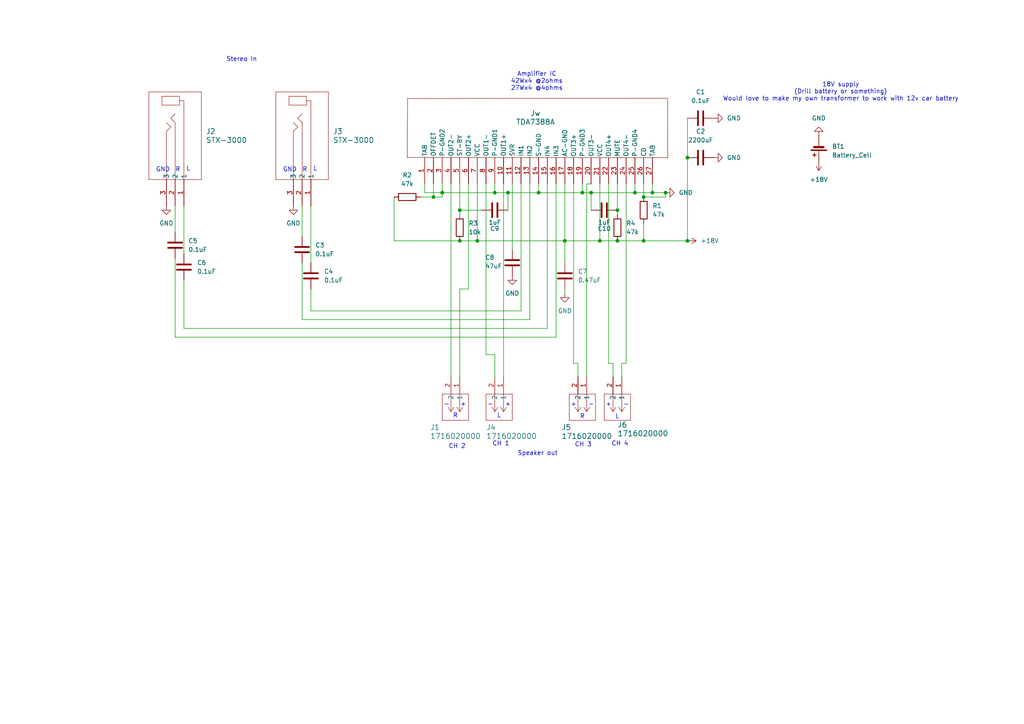
<source format=kicad_sch>
(kicad_sch (version 20250114) (generator "eeschema") (generator_version "9.0")
  (paper "A4")
  (lib_symbols
    (symbol "2 pin connector:1716020000" (pin_names (offset 0.254))
      (property "Reference" "J" (at 8.89 6.35 0))
      (property "Value" "1716020000" (at 0 0 0))
      (symbol "1716020000_1_1"
        (polyline (pts (xy 5.08 2.54) (xy 5.08 -5.08)) (stroke (width 0.127)))
        (polyline (pts (xy 5.08 -5.08) (xy 12.7 -5.08)) (stroke (width 0.127)))
        (polyline (pts (xy 10.16 0) (xy 5.08 0)) (stroke (width 0.127)))
        (polyline (pts (xy 10.16 0) (xy 8.89 0.8467)) (stroke (width 0.127)))
        (polyline (pts (xy 10.16 0) (xy 8.89 -0.8467)) (stroke (width 0.127)))
        (polyline (pts (xy 10.16 -2.54) (xy 5.08 -2.54)) (stroke (width 0.127)))
        (polyline (pts (xy 10.16 -2.54) (xy 8.89 -1.6933)) (stroke (width 0.127)))
        (polyline (pts (xy 10.16 -2.54) (xy 8.89 -3.3867)) (stroke (width 0.127)))
        (polyline (pts (xy 12.7 2.54) (xy 5.08 2.54)) (stroke (width 0.127)))
        (polyline (pts (xy 12.7 -5.08) (xy 12.7 2.54)) (stroke (width 0.127)))
        (pin unspecified line (at 0 0 0) (length 5.08) (name "1") (number "1"))
        (pin unspecified line (at 0 -2.54 0) (length 5.08) (name "2") (number "2"))
      )
      (symbol "1716020000_1_2"
        (polyline (pts (xy 5.08 2.54) (xy 5.08 -5.08)) (stroke (width 0.127)))
        (polyline (pts (xy 5.08 -5.08) (xy 12.7 -5.08)) (stroke (width 0.127)))
        (polyline (pts (xy 7.62 0) (xy 5.08 0)) (stroke (width 0.127)))
        (polyline (pts (xy 7.62 0) (xy 8.89 0.8467)) (stroke (width 0.127)))
        (polyline (pts (xy 7.62 0) (xy 8.89 -0.8467)) (stroke (width 0.127)))
        (polyline (pts (xy 7.62 -2.54) (xy 5.08 -2.54)) (stroke (width 0.127)))
        (polyline (pts (xy 7.62 -2.54) (xy 8.89 -1.6933)) (stroke (width 0.127)))
        (polyline (pts (xy 7.62 -2.54) (xy 8.89 -3.3867)) (stroke (width 0.127)))
        (polyline (pts (xy 12.7 2.54) (xy 5.08 2.54)) (stroke (width 0.127)))
        (polyline (pts (xy 12.7 -5.08) (xy 12.7 2.54)) (stroke (width 0.127)))
        (pin unspecified line (at 0 0 0) (length 5.08) (name "1") (number "1"))
        (pin unspecified line (at 0 -2.54 0) (length 5.08) (name "2") (number "2"))
      )
    )
    (symbol "Audio Amplifier:TDA7388A" (pin_names (offset 0.254))
      (property "Reference" "Jw" (at 44.8243 -17.5898 0))
      (property "Value" "TDA7388A" (at 44.8243 -20.1298 0))
      (symbol "TDA7388A_0_1"
        (polyline (pts (xy 7.6133 -30.4168) (xy 83.1985 -30.4834)) (stroke (width 0.127)))
        (polyline (pts (xy 7.7321 -13.2717) (xy 7.6133 -30.4168)) (stroke (width 0.127)))
        (polyline (pts (xy 83.1741 -30.4085) (xy 83.1491 -13.4702)) (stroke (width 0.127)))
        (polyline (pts (xy 83.1783 -13.2718) (xy 7.7361 -13.3314)) (stroke (width 0.127)))
        (pin unspecified line (at 12.6933 -38.0368 90) (length 7.62) (name "TAB") (number "1"))
        (pin unspecified line (at 15.2333 -38.0368 90) (length 7.62) (name "OFFDET") (number "2"))
        (pin power_out line (at 17.7733 -38.0368 90) (length 7.62) (name "P-GND2") (number "3"))
        (pin output line (at 20.3133 -38.0368 90) (length 7.62) (name "OUT2-") (number "4"))
        (pin unspecified line (at 22.8533 -38.0368 90) (length 7.62) (name "ST-BY") (number "5"))
        (pin output line (at 25.3933 -38.0368 90) (length 7.62) (name "OUT2+") (number "6"))
        (pin power_in line (at 27.9333 -38.0368 90) (length 7.62) (name "VCC") (number "7"))
        (pin output line (at 30.4733 -38.0368 90) (length 7.62) (name "OUT1-") (number "8"))
        (pin power_out line (at 33.0133 -38.0368 90) (length 7.62) (name "P-GND1") (number "9"))
        (pin output line (at 35.5533 -38.0368 90) (length 7.62) (name "OUT1+") (number "10"))
        (pin unspecified line (at 38.0933 -38.0368 90) (length 7.62) (name "SVR") (number "11"))
        (pin input line (at 40.6333 -38.0368 90) (length 7.62) (name "IN1") (number "12"))
        (pin input line (at 43.1733 -38.0368 90) (length 7.62) (name "IN2") (number "13"))
        (pin power_out line (at 45.72 -38.1 90) (length 7.62) (name "S-GND") (number "14"))
        (pin input line (at 48.26 -38.1 90) (length 7.62) (name "IN4") (number "15"))
        (pin input line (at 50.8 -38.1 90) (length 7.62) (name "IN3") (number "16"))
        (pin power_out line (at 53.34 -38.1 90) (length 7.62) (name "AC-GND") (number "17"))
        (pin output line (at 55.88 -38.1 90) (length 7.62) (name "OUT3+") (number "18"))
        (pin power_out line (at 58.42 -38.1 90) (length 7.62) (name "P-GND3") (number "19"))
        (pin output line (at 60.96 -38.1 90) (length 7.62) (name "OUT3-") (number "20"))
        (pin power_in line (at 63.5 -38.1 90) (length 7.62) (name "VCC") (number "21"))
        (pin output line (at 66.04 -38.1 90) (length 7.62) (name "OUT4+") (number "22"))
        (pin unspecified line (at 68.58 -38.1 90) (length 7.62) (name "MUTE") (number "23"))
        (pin output line (at 71.12 -38.1 90) (length 7.62) (name "OUT4-") (number "24"))
        (pin power_out line (at 73.66 -38.1 90) (length 7.62) (name "P-GND4") (number "25"))
        (pin unspecified line (at 76.2 -38.1 90) (length 7.62) (name "CD") (number "26"))
        (pin unspecified line (at 78.74 -38.1 90) (length 7.62) (name "TAB") (number "27"))
      )
    )
    (symbol "Device:Battery_Cell" (pin_numbers (hide yes)) (pin_names (offset 0) (hide yes))
      (property "Reference" "BT" (at 2.54 2.54 0))
      (property "Value" "Battery_Cell" (at 2.54 0 0))
      (symbol "Battery_Cell_0_1"
        (rectangle (start -2.286 1.778) (end 2.286 1.524) (fill (type outline)))
        (rectangle (start -1.524 1.016) (end 1.524 0.508) (fill (type outline)))
        (polyline (pts (xy 0 1.778) (xy 0 2.54)))
        (polyline (pts (xy 0 0.762) (xy 0 0)))
        (polyline (pts (xy 0.762 3.048) (xy 1.778 3.048)) (stroke (width 0.254)))
        (polyline (pts (xy 1.27 3.556) (xy 1.27 2.54)) (stroke (width 0.254)))
      )
      (symbol "Battery_Cell_1_1"
        (pin passive line (at 0 5.08 270) (length 2.54) (name "+") (number "1"))
        (pin passive line (at 0 -2.54 90) (length 2.54) (name "-") (number "2"))
      )
    )
    (symbol "Device:C" (pin_numbers (hide yes)) (pin_names (offset 0.254))
      (property "Reference" "C" (at 0.635 2.54 0))
      (property "Value" "C" (at 0.635 -2.54 0))
      (symbol "C_0_1"
        (polyline (pts (xy -2.032 0.762) (xy 2.032 0.762)) (stroke (width 0.508)))
        (polyline (pts (xy -2.032 -0.762) (xy 2.032 -0.762)) (stroke (width 0.508)))
      )
      (symbol "C_1_1"
        (pin passive line (at 0 3.81 270) (length 2.794) (name "~") (number "1"))
        (pin passive line (at 0 -3.81 90) (length 2.794) (name "~") (number "2"))
      )
    )
    (symbol "Device:R" (pin_numbers (hide yes)) (pin_names (offset 0))
      (property "Reference" "R" (at 2.032 0 90))
      (property "Value" "R" (at 0 0 90))
      (symbol "R_0_1"
        (rectangle (start -1.016 -2.54) (end 1.016 2.54) (stroke (width 0.254)))
      )
      (symbol "R_1_1"
        (pin passive line (at 0 3.81 270) (length 1.27) (name "~") (number "1"))
        (pin passive line (at 0 -3.81 90) (length 1.27) (name "~") (number "2"))
      )
    )
    (symbol "Stereo jacks:STX-3000" (pin_names (offset 0.254))
      (property "Reference" "J" (at -20.32 10.16 0))
      (property "Value" "STX-3000" (at -20.32 7.62 0))
      (symbol "STX-3000_0_1"
        (polyline (pts (xy -33.02 5.08) (xy -33.02 -10.16)) (stroke (width 0.127)))
        (polyline (pts (xy -33.02 -10.16) (xy -7.62 -10.16)) (stroke (width 0.127)))
        (polyline (pts (xy -31.75 -1.27) (xy -29.21 -1.27)) (stroke (width 0.127)))
        (polyline (pts (xy -31.75 -6.35) (xy -31.75 -1.27)) (stroke (width 0.127)))
        (polyline (pts (xy -30.48 0) (xy -30.48 -1.27)) (stroke (width 0.127)))
        (polyline (pts (xy -29.21 -1.27) (xy -29.21 -6.35)) (stroke (width 0.127)))
        (polyline (pts (xy -29.21 -6.35) (xy -31.75 -6.35)) (stroke (width 0.127)))
        (polyline (pts (xy -25.4 -3.81) (xy -26.67 -2.54)) (stroke (width 0.127)))
        (polyline (pts (xy -25.4 -3.81) (xy -24.13 -2.54)) (stroke (width 0.127)))
        (polyline (pts (xy -22.86 -3.81) (xy -24.13 -5.08)) (stroke (width 0.127)))
        (polyline (pts (xy -21.59 -5.08) (xy -22.86 -3.81)) (stroke (width 0.127)))
        (polyline (pts (xy -7.62 5.08) (xy -33.02 5.08)) (stroke (width 0.127)))
        (polyline (pts (xy -7.62 0) (xy -30.48 0)) (stroke (width 0.127)))
        (polyline (pts (xy -7.62 -2.54) (xy -24.13 -2.54)) (stroke (width 0.127)))
        (polyline (pts (xy -7.62 -5.08) (xy -21.59 -5.08)) (stroke (width 0.127)))
        (polyline (pts (xy -7.62 -10.16) (xy -7.62 5.08)) (stroke (width 0.127)))
        (pin unspecified line (at 0 0 180) (length 7.62) (name "1") (number "1"))
        (pin unspecified line (at 0 -2.54 180) (length 7.62) (name "2") (number "2"))
        (pin unspecified line (at 0 -5.08 180) (length 7.62) (name "3") (number "3"))
      )
    )
    (symbol "power:+24V" (power) (pin_numbers (hide yes)) (pin_names (offset 0) (hide yes))
      (property "Value" "+24V" (at 0 3.556 0))
      (symbol "+24V_0_1"
        (polyline (pts (xy -0.762 1.27) (xy 0 2.54)))
        (polyline (pts (xy 0 2.54) (xy 0.762 1.27)))
        (polyline (pts (xy 0 0) (xy 0 2.54)))
      )
      (symbol "+24V_1_1"
        (pin power_in line (at 0 0 90) (length 0) (name "~") (number "1"))
      )
    )
    (symbol "power:GND" (power) (pin_numbers (hide yes)) (pin_names (offset 0) (hide yes))
      (property "Value" "GND" (at 0 -3.81 0))
      (symbol "GND_0_1"
        (polyline (pts (xy 0 0) (xy 0 -1.27) (xy 1.27 -1.27) (xy 0 -2.54) (xy -1.27 -1.27) (xy 0 -1.27)))
      )
      (symbol "GND_1_1"
        (pin power_in line (at 0 0 270) (length 0) (name "~") (number "1"))
      )
    )
  )
  (text "-" (at 129.54 117.348 0) (effects (font (size 1.27 1.27))))
  (text "18V supply\n(Drill battery or something)\nWould love to make my own transformer to work with 12v car battery\n" (at 243.84 26.67 0) (effects (font (size 1.27 1.27))))
  (text "R" (at 88.392 49.276 0) (effects (font (size 1.27 1.27))))
  (text "CH 3" (at 169.164 129.032 0) (effects (font (size 1.27 1.27))))
  (text "L" (at 179.07 120.904 0) (effects (font (size 1.27 1.27))))
  (text "L" (at 144.78 120.65 0) (effects (font (size 1.27 1.27))))
  (text "CH 4\n" (at 179.832 128.778 0) (effects (font (size 1.27 1.27))))
  (text "R" (at 132.08 120.65 0) (effects (font (size 1.27 1.27))))
  (text "-" (at 171.45 117.348 0) (effects (font (size 1.27 1.27))))
  (text "CH 1\n" (at 145.288 128.778 0) (effects (font (size 1.27 1.27))))
  (text "Amplifier IC\n42Wx4 @2ohms\n27Wx4 @4ohms" (at 155.702 23.622 0) (effects (font (size 1.27 1.27))))
  (text "GND" (at 47.244 49.276 0) (effects (font (size 1.27 1.27))))
  (text "+\n" (at 166.37 117.348 0) (effects (font (size 1.27 1.27))))
  (text "L" (at 54.61 49.022 0) (effects (font (size 1.27 1.27))))
  (text "+\n" (at 176.53 117.348 0) (effects (font (size 1.27 1.27))))
  (text "+\n" (at 134.366 117.348 0) (effects (font (size 1.27 1.27))))
  (text "Stereo In\n" (at 70.104 17.272 0) (effects (font (size 1.27 1.27))))
  (text "+\n" (at 147.32 117.348 0) (effects (font (size 1.27 1.27))))
  (text "CH 2\n" (at 132.588 129.54 0) (effects (font (size 1.27 1.27))))
  (text "R" (at 51.562 49.276 0) (effects (font (size 1.27 1.27))))
  (text "-" (at 142.24 117.348 0) (effects (font (size 1.27 1.27))))
  (text "GND" (at 84.074 49.276 0) (effects (font (size 1.27 1.27))))
  (text "-" (at 181.61 117.348 0) (effects (font (size 1.27 1.27))))
  (text "L" (at 91.44 49.022 0) (effects (font (size 1.27 1.27))))
  (text "Speaker out\n" (at 155.956 131.572 0) (effects (font (size 1.27 1.27))))
  (text "R\n" (at 168.91 120.904 0) (effects (font (size 1.27 1.27))))
  (junction (at 173.99 69.85))
  (junction (at 186.69 69.85))
  (junction (at 128.27 55.88))
  (junction (at 179.07 69.85))
  (junction (at 147.32 55.88))
  (junction (at 143.51 55.88))
  (junction (at 193.04 55.88))
  (junction (at 186.69 57.15))
  (junction (at 171.45 55.88))
  (junction (at 138.43 69.85))
  (junction (at 125.73 57.15))
  (junction (at 189.23 55.88))
  (junction (at 184.15 55.88))
  (junction (at 133.35 60.96))
  (junction (at 156.21 55.88))
  (junction (at 199.39 69.85))
  (junction (at 179.07 60.96))
  (junction (at 199.39 45.72))
  (junction (at 133.35 69.85))
  (junction (at 163.83 69.85))
  (junction (at 168.91 55.88))
  (wire (pts (xy 53.34 81.28) (xy 53.34 95.25)))
  (wire (pts (xy 173.99 69.85) (xy 179.07 69.85)))
  (wire (pts (xy 176.53 53.34) (xy 176.53 105.41)))
  (wire (pts (xy 130.81 53.34) (xy 130.81 109.22)))
  (wire (pts (xy 90.17 59.69) (xy 90.17 76.2)))
  (wire (pts (xy 53.34 95.25) (xy 158.75 95.25)))
  (wire (pts (xy 163.83 53.34) (xy 163.83 69.85)))
  (wire (pts (xy 179.07 53.34) (xy 179.07 60.96)))
  (wire (pts (xy 186.69 69.85) (xy 186.69 64.77)))
  (wire (pts (xy 186.69 57.15) (xy 193.04 57.15)))
  (wire (pts (xy 87.63 92.71) (xy 153.67 92.71)))
  (wire (pts (xy 133.35 69.85) (xy 138.43 69.85)))
  (wire (pts (xy 177.8 105.41) (xy 177.8 109.22)))
  (wire (pts (xy 50.8 97.79) (xy 161.29 97.79)))
  (wire (pts (xy 135.89 53.34) (xy 135.89 83.82)))
  (wire (pts (xy 179.07 60.96) (xy 179.07 62.23)))
  (wire (pts (xy 171.45 55.88) (xy 171.45 60.96)))
  (wire (pts (xy 53.34 59.69) (xy 53.34 73.66)))
  (wire (pts (xy 133.35 53.34) (xy 133.35 60.96)))
  (wire (pts (xy 184.15 53.34) (xy 184.15 55.88)))
  (wire (pts (xy 140.97 102.87) (xy 143.51 102.87)))
  (wire (pts (xy 147.32 55.88) (xy 147.32 60.96)))
  (wire (pts (xy 173.99 53.34) (xy 173.99 69.85)))
  (wire (pts (xy 158.75 95.25) (xy 158.75 53.34)))
  (wire (pts (xy 87.63 59.69) (xy 87.63 68.58)))
  (wire (pts (xy 135.89 83.82) (xy 133.35 83.82)))
  (wire (pts (xy 50.8 74.93) (xy 50.8 97.79)))
  (wire (pts (xy 156.21 55.88) (xy 168.91 55.88)))
  (wire (pts (xy 171.45 55.88) (xy 184.15 55.88)))
  (wire (pts (xy 179.07 69.85) (xy 186.69 69.85)))
  (wire (pts (xy 156.21 53.34) (xy 156.21 55.88)))
  (wire (pts (xy 133.35 60.96) (xy 139.7 60.96)))
  (wire (pts (xy 186.69 53.34) (xy 186.69 57.15)))
  (wire (pts (xy 140.97 53.34) (xy 140.97 102.87)))
  (wire (pts (xy 189.23 55.88) (xy 193.04 55.88)))
  (wire (pts (xy 167.64 105.41) (xy 167.64 109.22)))
  (wire (pts (xy 123.19 55.88) (xy 128.27 55.88)))
  (wire (pts (xy 186.69 69.85) (xy 199.39 69.85)))
  (wire (pts (xy 114.3 57.15) (xy 114.3 69.85)))
  (wire (pts (xy 153.67 53.34) (xy 153.67 92.71)))
  (wire (pts (xy 128.27 55.88) (xy 143.51 55.88)))
  (wire (pts (xy 50.8 59.69) (xy 50.8 67.31)))
  (wire (pts (xy 143.51 55.88) (xy 147.32 55.88)))
  (wire (pts (xy 161.29 53.34) (xy 161.29 97.79)))
  (wire (pts (xy 184.15 55.88) (xy 189.23 55.88)))
  (wire (pts (xy 151.13 53.34) (xy 151.13 90.17)))
  (wire (pts (xy 125.73 57.15) (xy 128.27 57.15)))
  (wire (pts (xy 90.17 83.82) (xy 90.17 90.17)))
  (wire (pts (xy 199.39 45.72) (xy 199.39 69.85)))
  (wire (pts (xy 123.19 53.34) (xy 123.19 55.88)))
  (wire (pts (xy 163.83 69.85) (xy 163.83 76.2)))
  (wire (pts (xy 199.39 34.29) (xy 199.39 45.72)))
  (wire (pts (xy 166.37 53.34) (xy 166.37 105.41)))
  (wire (pts (xy 181.61 105.41) (xy 180.34 105.41)))
  (wire (pts (xy 176.53 105.41) (xy 177.8 105.41)))
  (wire (pts (xy 148.59 53.34) (xy 148.59 72.39)))
  (wire (pts (xy 181.61 53.34) (xy 181.61 105.41)))
  (wire (pts (xy 143.51 102.87) (xy 143.51 109.22)))
  (wire (pts (xy 128.27 57.15) (xy 128.27 55.88)))
  (wire (pts (xy 138.43 69.85) (xy 163.83 69.85)))
  (wire (pts (xy 170.18 53.34) (xy 170.18 109.22)))
  (wire (pts (xy 133.35 60.96) (xy 133.35 62.23)))
  (wire (pts (xy 128.27 53.34) (xy 128.27 55.88)))
  (wire (pts (xy 133.35 83.82) (xy 133.35 109.22)))
  (wire (pts (xy 180.34 105.41) (xy 180.34 109.22)))
  (wire (pts (xy 168.91 53.34) (xy 168.91 55.88)))
  (wire (pts (xy 147.32 55.88) (xy 156.21 55.88)))
  (wire (pts (xy 90.17 90.17) (xy 151.13 90.17)))
  (wire (pts (xy 166.37 105.41) (xy 167.64 105.41)))
  (wire (pts (xy 163.83 69.85) (xy 173.99 69.85)))
  (wire (pts (xy 171.45 53.34) (xy 170.18 53.34)))
  (wire (pts (xy 114.3 69.85) (xy 133.35 69.85)))
  (wire (pts (xy 87.63 76.2) (xy 87.63 92.71)))
  (wire (pts (xy 189.23 53.34) (xy 189.23 55.88)))
  (wire (pts (xy 125.73 53.34) (xy 125.73 57.15)))
  (wire (pts (xy 121.92 57.15) (xy 125.73 57.15)))
  (wire (pts (xy 168.91 55.88) (xy 171.45 55.88)))
  (wire (pts (xy 138.43 53.34) (xy 138.43 69.85)))
  (wire (pts (xy 143.51 53.34) (xy 143.51 55.88)))
  (wire (pts (xy 146.05 53.34) (xy 146.05 109.22)))
  (wire (pts (xy 193.04 55.88) (xy 193.04 57.15)))
  (wire (pts (xy 163.83 83.82) (xy 163.83 85.09)))
  (symbol (lib_id "2 pin connector:1716020000") (at 170.18 109.22 270) (unit 1)
    (property "Reference" "J5" (at 162.814 123.952 90) (effects (font (size 1.524 1.524)) (justify left)))
    (property "Value" "1716020000" (at 162.814 126.492 90) (effects (font (size 1.524 1.524)) (justify left)))
    (property "Footprint" "CONN2_020000_WED" (effects (hide yes)))
    (property "Datasheet" "1716020000" (effects (hide yes)))
  )
  (symbol (lib_id "power:GND") (at 85.09 59.69 0) (unit 1)
    (property "Reference" "#PWR09" (effects (hide yes)))
    (property "Value" "GND" (at 85.09 64.77 0))
    (property "Description" "Power symbol creates a global label with name \"GND\" , ground" (effects (hide yes)))
  )
  (symbol (lib_id "2 pin connector:1716020000") (at 133.35 109.22 270) (unit 1)
    (property "Reference" "J1" (at 124.714 123.952 90) (effects (font (size 1.524 1.524)) (justify left)))
    (property "Value" "1716020000" (at 124.714 126.492 90) (effects (font (size 1.524 1.524)) (justify left)))
    (property "Footprint" "CONN2_020000_WED" (effects (hide yes)))
    (property "Datasheet" "1716020000" (effects (hide yes)))
  )
  (symbol (lib_id "Device:C") (at 53.34 77.47 180) (unit 1)
    (property "Reference" "C6" (at 57.15 76.1999 0) (effects (justify right)))
    (property "Value" "0.1uF" (at 57.15 78.7399 0) (effects (justify right)))
    (property "Description" "Unpolarized capacitor" (effects (hide yes)))
  )
  (symbol (lib_id "power:GND") (at 207.01 34.29 90) (unit 1)
    (property "Reference" "#PWR010" (effects (hide yes)))
    (property "Value" "GND" (at 210.82 34.2899 90) (effects (justify right)))
    (property "Description" "Power symbol creates a global label with name \"GND\" , ground" (effects (hide yes)))
  )
  (symbol (lib_id "power:GND") (at 207.01 45.72 90) (unit 1)
    (property "Reference" "#PWR011" (effects (hide yes)))
    (property "Value" "GND" (at 210.82 45.7199 90) (effects (justify right)))
    (property "Description" "Power symbol creates a global label with name \"GND\" , ground" (effects (hide yes)))
  )
  (symbol (lib_id "Device:C") (at 90.17 80.01 0) (unit 1)
    (property "Reference" "C4" (at 93.98 78.7399 0) (effects (justify left)))
    (property "Value" "0.1uF" (at 93.98 81.2799 0) (effects (justify left)))
    (property "Description" "Unpolarized capacitor" (effects (hide yes)))
  )
  (symbol (lib_id "Device:C") (at 143.51 60.96 90) (unit 1)
    (property "Reference" "C9" (at 143.51 66.294 90))
    (property "Value" "1uF" (at 143.51 64.516 90))
    (property "Description" "Unpolarized capacitor" (effects (hide yes)))
  )
  (symbol (lib_id "Device:C") (at 50.8 71.12 0) (unit 1)
    (property "Reference" "C5" (at 54.61 69.8499 0) (effects (justify left)))
    (property "Value" "0.1uF" (at 54.61 72.3899 0) (effects (justify left)))
    (property "Description" "Unpolarized capacitor" (effects (hide yes)))
  )
  (symbol (lib_id "2 pin connector:1716020000") (at 180.34 109.22 270) (unit 1)
    (property "Reference" "J6" (at 179.07 123.19 90) (effects (font (size 1.524 1.524)) (justify left)))
    (property "Value" "1716020000" (at 179.07 125.73 90) (effects (font (size 1.524 1.524)) (justify left)))
    (property "Footprint" "CONN2_020000_WED" (effects (hide yes)))
    (property "Datasheet" "1716020000" (effects (hide yes)))
  )
  (symbol (lib_id "power:+24V") (at 237.49 46.99 180) (unit 1)
    (property "Reference" "#PWR07" (effects (hide yes)))
    (property "Value" "+18V" (at 237.49 52.07 0))
    (property "Description" "Power symbol creates a global label with name \"+24V\"" (effects (hide yes)))
  )
  (symbol (lib_id "Stereo jacks:STX-3000") (at 53.34 59.69 270) (unit 1)
    (property "Reference" "J2" (at 59.69 38.0999 90) (effects (font (size 1.524 1.524)) (justify left)))
    (property "Value" "STX-3000" (at 59.69 40.6399 90) (effects (font (size 1.524 1.524)) (justify left)))
    (property "Footprint" "STX-3000_KYC" (effects (hide yes)))
    (property "Datasheet" "STX-3000" (effects (hide yes)))
  )
  (symbol (lib_id "Device:C") (at 203.2 45.72 270) (unit 1)
    (property "Reference" "C2" (at 203.2 38.1 90))
    (property "Value" "2200uF" (at 203.2 40.64 90))
    (property "Description" "Unpolarized capacitor" (effects (hide yes)))
  )
  (symbol (lib_id "Device:C") (at 203.2 34.29 270) (unit 1)
    (property "Reference" "C1" (at 203.2 26.67 90))
    (property "Value" "0.1uF" (at 203.2 29.21 90))
    (property "Description" "Unpolarized capacitor" (effects (hide yes)))
  )
  (symbol (lib_id "Device:C") (at 175.26 60.96 90) (unit 1)
    (property "Reference" "C10" (at 175.26 66.294 90))
    (property "Value" "1uF" (at 175.26 64.516 90))
    (property "Description" "Unpolarized capacitor" (effects (hide yes)))
  )
  (symbol (lib_id "2 pin connector:1716020000") (at 146.05 109.22 270) (unit 1)
    (property "Reference" "J4" (at 140.97 123.952 90) (effects (font (size 1.524 1.524)) (justify left)))
    (property "Value" "1716020000" (at 140.97 126.492 90) (effects (font (size 1.524 1.524)) (justify left)))
    (property "Footprint" "CONN2_020000_WED" (effects (hide yes)))
    (property "Datasheet" "1716020000" (effects (hide yes)))
  )
  (symbol (lib_id "Audio Amplifier:TDA7388A") (at 110.49 15.24 0) (unit 1)
    (property "Reference" "Jw" (at 155.3143 32.8298 0) (effects (font (size 1.524 1.524))))
    (property "Value" "TDA7388A" (at 155.3143 35.3698 0) (effects (font (size 1.524 1.524))))
    (property "Footprint" "CONN27_TDA7388A_STM" (effects (hide yes)))
    (property "Datasheet" "https://www.st.com/resource/en/datasheet/tda7388a.pdf" (effects (hide yes)))
  )
  (symbol (lib_id "Device:R") (at 186.69 60.96 0) (unit 1)
    (property "Reference" "R1" (at 189.23 59.6899 0) (effects (justify left)))
    (property "Value" "47k" (at 189.23 62.2299 0) (effects (justify left)))
    (property "Description" "Resistor" (effects (hide yes)))
  )
  (symbol (lib_id "power:+24V") (at 199.39 69.85 270) (unit 1)
    (property "Reference" "#PWR012" (effects (hide yes)))
    (property "Value" "+18V" (at 203.2 69.8499 90) (effects (justify left)))
    (property "Description" "Power symbol creates a global label with name \"+24V\"" (effects (hide yes)))
  )
  (symbol (lib_id "Device:R") (at 133.35 66.04 180) (unit 1)
    (property "Reference" "R3" (at 135.89 64.7699 0) (effects (justify right)))
    (property "Value" "10k" (at 135.89 67.3099 0) (effects (justify right)))
    (property "Description" "Resistor" (effects (hide yes)))
  )
  (symbol (lib_id "power:GND") (at 48.26 59.69 0) (unit 1)
    (property "Reference" "#PWR08" (effects (hide yes)))
    (property "Value" "GND" (at 48.26 64.77 0))
    (property "Description" "Power symbol creates a global label with name \"GND\" , ground" (effects (hide yes)))
  )
  (symbol (lib_id "power:GND") (at 193.04 55.88 90) (unit 1)
    (property "Reference" "#PWR01" (effects (hide yes)))
    (property "Value" "GND" (at 196.85 55.8799 90) (effects (justify right)))
    (property "Description" "Power symbol creates a global label with name \"GND\" , ground" (effects (hide yes)))
  )
  (symbol (lib_id "Device:R") (at 179.07 66.04 180) (unit 1)
    (property "Reference" "R4" (at 181.61 64.7699 0) (effects (justify right)))
    (property "Value" "47k" (at 181.61 67.3099 0) (effects (justify right)))
    (property "Description" "Resistor" (effects (hide yes)))
  )
  (symbol (lib_id "Device:C") (at 163.83 80.01 0) (unit 1)
    (property "Reference" "C7" (at 167.64 78.7399 0) (effects (justify left)))
    (property "Value" "0.47uF" (at 167.64 81.2799 0) (effects (justify left)))
    (property "Description" "Unpolarized capacitor" (effects (hide yes)))
  )
  (symbol (lib_id "Stereo jacks:STX-3000") (at 90.17 59.69 270) (unit 1)
    (property "Reference" "J3" (at 96.52 38.0999 90) (effects (font (size 1.524 1.524)) (justify left)))
    (property "Value" "STX-3000" (at 96.52 40.6399 90) (effects (font (size 1.524 1.524)) (justify left)))
    (property "Footprint" "STX-3000_KYC" (effects (hide yes)))
    (property "Datasheet" "STX-3000" (effects (hide yes)))
  )
  (symbol (lib_id "power:GND") (at 163.83 85.09 0) (unit 1)
    (property "Reference" "#PWR03" (effects (hide yes)))
    (property "Value" "GND" (at 163.83 90.17 0))
    (property "Description" "Power symbol creates a global label with name \"GND\" , ground" (effects (hide yes)))
  )
  (symbol (lib_id "power:GND") (at 237.49 39.37 180) (unit 1)
    (property "Reference" "#PWR06" (effects (hide yes)))
    (property "Value" "GND" (at 237.49 34.29 0))
    (property "Description" "Power symbol creates a global label with name \"GND\" , ground" (effects (hide yes)))
  )
  (symbol (lib_id "Device:R") (at 118.11 57.15 90) (unit 1)
    (property "Reference" "R2" (at 118.11 50.8 90))
    (property "Value" "47k" (at 118.11 53.34 90))
    (property "Description" "Resistor" (effects (hide yes)))
  )
  (symbol (lib_id "power:GND") (at 148.59 80.01 0) (unit 1)
    (property "Reference" "#PWR04" (effects (hide yes)))
    (property "Value" "GND" (at 148.59 85.09 0))
    (property "Description" "Power symbol creates a global label with name \"GND\" , ground" (effects (hide yes)))
  )
  (symbol (lib_id "Device:C") (at 148.59 76.2 0) (unit 1)
    (property "Reference" "C8" (at 140.716 74.676 0) (effects (justify left)))
    (property "Value" "47uF" (at 140.716 77.216 0) (effects (justify left)))
    (property "Description" "Unpolarized capacitor" (effects (hide yes)))
  )
  (symbol (lib_id "Device:Battery_Cell") (at 237.49 41.91 180) (unit 1)
    (property "Reference" "BT1" (at 241.3 42.4814 0) (effects (justify right)))
    (property "Value" "Battery_Cell" (at 241.3 45.0214 0) (effects (justify right)))
    (property "Description" "Single-cell battery" (effects (hide yes)))
  )
  (symbol (lib_id "Device:C") (at 87.63 72.39 180) (unit 1)
    (property "Reference" "C3" (at 91.44 71.1199 0) (effects (justify right)))
    (property "Value" "0.1uF" (at 91.44 73.6599 0) (effects (justify right)))
    (property "Description" "Unpolarized capacitor" (effects (hide yes)))
  )
)
</source>
